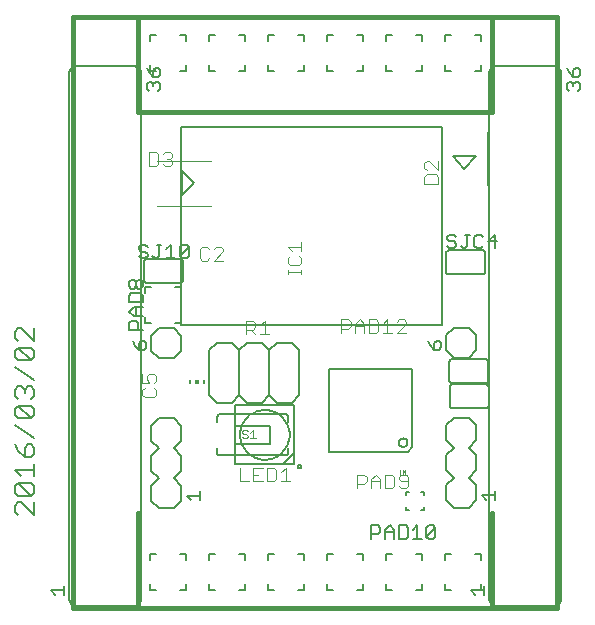
<source format=gto>
G75*
%MOIN*%
%OFA0B0*%
%FSLAX24Y24*%
%IPPOS*%
%LPD*%
%AMOC8*
5,1,8,0,0,1.08239X$1,22.5*
%
%ADD10C,0.0160*%
%ADD11C,0.0060*%
%ADD12C,0.0010*%
%ADD13C,0.0050*%
%ADD14R,0.0059X0.0118*%
%ADD15R,0.0118X0.0118*%
%ADD16C,0.0040*%
%ADD17C,0.0080*%
%ADD18C,0.0020*%
D10*
X003348Y000180D02*
X019490Y000180D01*
X019490Y019865D01*
X003348Y019865D01*
X003348Y000180D01*
X005514Y000180D02*
X005514Y003330D01*
X005514Y000180D02*
X017325Y000180D01*
X017325Y003330D01*
X017325Y016715D02*
X005514Y016715D01*
X005514Y019865D01*
X017325Y019865D01*
X017325Y016715D01*
D11*
X017219Y017985D02*
X017219Y000485D01*
X017221Y000455D01*
X017226Y000425D01*
X017235Y000396D01*
X017248Y000369D01*
X017263Y000343D01*
X017282Y000319D01*
X017303Y000298D01*
X017327Y000279D01*
X017353Y000264D01*
X017380Y000251D01*
X017409Y000242D01*
X017439Y000237D01*
X017469Y000235D01*
X019369Y000235D01*
X019399Y000237D01*
X019429Y000242D01*
X019458Y000251D01*
X019485Y000264D01*
X019511Y000279D01*
X019535Y000298D01*
X019556Y000319D01*
X019575Y000343D01*
X019590Y000369D01*
X019603Y000396D01*
X019612Y000425D01*
X019617Y000455D01*
X019619Y000485D01*
X019619Y017985D01*
X019617Y018015D01*
X019612Y018045D01*
X019603Y018074D01*
X019590Y018101D01*
X019575Y018127D01*
X019556Y018151D01*
X019535Y018172D01*
X019511Y018191D01*
X019485Y018206D01*
X019458Y018219D01*
X019429Y018228D01*
X019399Y018233D01*
X019369Y018235D01*
X017469Y018235D01*
X017439Y018233D01*
X017409Y018228D01*
X017380Y018219D01*
X017353Y018206D01*
X017327Y018191D01*
X017303Y018172D01*
X017282Y018151D01*
X017263Y018127D01*
X017248Y018101D01*
X017235Y018074D01*
X017226Y018045D01*
X017221Y018015D01*
X017219Y017985D01*
X016940Y018084D02*
X016740Y018084D01*
X016940Y018084D02*
X016940Y018284D01*
X016940Y019084D02*
X016940Y019284D01*
X016740Y019284D01*
X015940Y019284D02*
X015740Y019284D01*
X015740Y019084D01*
X014972Y019084D02*
X014972Y019284D01*
X014772Y019284D01*
X013972Y019284D02*
X013772Y019284D01*
X013772Y019084D01*
X013003Y019084D02*
X013003Y019284D01*
X012803Y019284D01*
X012003Y019284D02*
X011803Y019284D01*
X011803Y019084D01*
X011035Y019084D02*
X011035Y019284D01*
X010835Y019284D01*
X010035Y019284D02*
X009835Y019284D01*
X009835Y019084D01*
X009066Y019084D02*
X009066Y019284D01*
X008866Y019284D01*
X008066Y019284D02*
X007866Y019284D01*
X007866Y019084D01*
X007098Y019084D02*
X007098Y019284D01*
X006898Y019284D01*
X006098Y019284D02*
X005898Y019284D01*
X005898Y019084D01*
X005898Y018284D02*
X005898Y018084D01*
X006098Y018084D01*
X005619Y017985D02*
X005619Y000485D01*
X005617Y000455D01*
X005612Y000425D01*
X005603Y000396D01*
X005590Y000369D01*
X005575Y000343D01*
X005556Y000319D01*
X005535Y000298D01*
X005511Y000279D01*
X005485Y000264D01*
X005458Y000251D01*
X005429Y000242D01*
X005399Y000237D01*
X005369Y000235D01*
X003469Y000235D01*
X003439Y000237D01*
X003409Y000242D01*
X003380Y000251D01*
X003353Y000264D01*
X003327Y000279D01*
X003303Y000298D01*
X003282Y000319D01*
X003263Y000343D01*
X003248Y000369D01*
X003235Y000396D01*
X003226Y000425D01*
X003221Y000455D01*
X003219Y000485D01*
X003219Y017985D01*
X003221Y018015D01*
X003226Y018045D01*
X003235Y018074D01*
X003248Y018101D01*
X003263Y018127D01*
X003282Y018151D01*
X003303Y018172D01*
X003327Y018191D01*
X003353Y018206D01*
X003380Y018219D01*
X003409Y018228D01*
X003439Y018233D01*
X003469Y018235D01*
X005369Y018235D01*
X005399Y018233D01*
X005429Y018228D01*
X005458Y018219D01*
X005485Y018206D01*
X005511Y018191D01*
X005535Y018172D01*
X005556Y018151D01*
X005575Y018127D01*
X005590Y018101D01*
X005603Y018074D01*
X005612Y018045D01*
X005617Y018015D01*
X005619Y017985D01*
X006898Y018084D02*
X007098Y018084D01*
X007098Y018284D01*
X007866Y018284D02*
X007866Y018084D01*
X008066Y018084D01*
X008866Y018084D02*
X009066Y018084D01*
X009066Y018284D01*
X009835Y018284D02*
X009835Y018084D01*
X010035Y018084D01*
X010835Y018084D02*
X011035Y018084D01*
X011035Y018284D01*
X011803Y018284D02*
X011803Y018084D01*
X012003Y018084D01*
X012803Y018084D02*
X013003Y018084D01*
X013003Y018284D01*
X013772Y018284D02*
X013772Y018084D01*
X013972Y018084D01*
X014772Y018084D02*
X014972Y018084D01*
X014972Y018284D01*
X015740Y018284D02*
X015740Y018084D01*
X015940Y018084D01*
X015879Y012093D02*
X016979Y012093D01*
X016996Y012091D01*
X017013Y012087D01*
X017029Y012080D01*
X017043Y012070D01*
X017056Y012057D01*
X017066Y012043D01*
X017073Y012027D01*
X017077Y012010D01*
X017079Y011993D01*
X017079Y011393D01*
X017077Y011376D01*
X017073Y011359D01*
X017066Y011343D01*
X017056Y011329D01*
X017043Y011316D01*
X017029Y011306D01*
X017013Y011299D01*
X016996Y011295D01*
X016979Y011293D01*
X015879Y011293D01*
X015862Y011295D01*
X015845Y011299D01*
X015829Y011306D01*
X015815Y011316D01*
X015802Y011329D01*
X015792Y011343D01*
X015785Y011359D01*
X015781Y011376D01*
X015779Y011393D01*
X015779Y011993D01*
X015781Y012010D01*
X015785Y012027D01*
X015792Y012043D01*
X015802Y012057D01*
X015815Y012070D01*
X015829Y012080D01*
X015845Y012087D01*
X015862Y012091D01*
X015879Y012093D01*
X016043Y009510D02*
X016543Y009510D01*
X016793Y009260D01*
X016793Y008760D01*
X016543Y008510D01*
X016043Y008510D01*
X015793Y008760D01*
X015793Y009260D01*
X016043Y009510D01*
X015988Y008470D02*
X017088Y008470D01*
X017105Y008468D01*
X017122Y008464D01*
X017138Y008457D01*
X017152Y008447D01*
X017165Y008434D01*
X017175Y008420D01*
X017182Y008404D01*
X017186Y008387D01*
X017188Y008370D01*
X017188Y007770D01*
X017186Y007753D01*
X017182Y007736D01*
X017175Y007720D01*
X017165Y007706D01*
X017152Y007693D01*
X017138Y007683D01*
X017122Y007676D01*
X017105Y007672D01*
X017088Y007670D01*
X015988Y007670D01*
X015998Y007630D02*
X017098Y007630D01*
X017115Y007628D01*
X017132Y007624D01*
X017148Y007617D01*
X017162Y007607D01*
X017175Y007594D01*
X017185Y007580D01*
X017192Y007564D01*
X017196Y007547D01*
X017198Y007530D01*
X017198Y006930D01*
X017196Y006913D01*
X017192Y006896D01*
X017185Y006880D01*
X017175Y006866D01*
X017162Y006853D01*
X017148Y006843D01*
X017132Y006836D01*
X017115Y006832D01*
X017098Y006830D01*
X015998Y006830D01*
X015981Y006832D01*
X015964Y006836D01*
X015948Y006843D01*
X015934Y006853D01*
X015921Y006866D01*
X015911Y006880D01*
X015904Y006896D01*
X015900Y006913D01*
X015898Y006930D01*
X015898Y007530D01*
X015900Y007547D01*
X015904Y007564D01*
X015911Y007580D01*
X015921Y007594D01*
X015934Y007607D01*
X015948Y007617D01*
X015964Y007624D01*
X015981Y007628D01*
X015998Y007630D01*
X015988Y007670D02*
X015971Y007672D01*
X015954Y007676D01*
X015938Y007683D01*
X015924Y007693D01*
X015911Y007706D01*
X015901Y007720D01*
X015894Y007736D01*
X015890Y007753D01*
X015888Y007770D01*
X015888Y008370D01*
X015890Y008387D01*
X015894Y008404D01*
X015901Y008420D01*
X015911Y008434D01*
X015924Y008447D01*
X015938Y008457D01*
X015954Y008464D01*
X015971Y008468D01*
X015988Y008470D01*
X014650Y008143D02*
X014650Y005523D01*
X014510Y005383D01*
X011890Y005383D01*
X011890Y008143D01*
X014650Y008143D01*
X016043Y006510D02*
X016543Y006510D01*
X016793Y006260D01*
X016793Y005760D01*
X016543Y005510D01*
X016793Y005260D01*
X016793Y004760D01*
X016543Y004510D01*
X016793Y004260D01*
X016793Y003760D01*
X016543Y003510D01*
X016043Y003510D01*
X015793Y003760D01*
X015793Y004260D01*
X016043Y004510D01*
X015793Y004760D01*
X015793Y005260D01*
X016043Y005510D01*
X015793Y005760D01*
X015793Y006260D01*
X016043Y006510D01*
X014209Y005683D02*
X014211Y005706D01*
X014217Y005729D01*
X014226Y005750D01*
X014239Y005770D01*
X014255Y005787D01*
X014273Y005801D01*
X014293Y005812D01*
X014315Y005820D01*
X014338Y005824D01*
X014362Y005824D01*
X014385Y005820D01*
X014407Y005812D01*
X014427Y005801D01*
X014445Y005787D01*
X014461Y005770D01*
X014474Y005750D01*
X014483Y005729D01*
X014489Y005706D01*
X014491Y005683D01*
X014489Y005660D01*
X014483Y005637D01*
X014474Y005616D01*
X014461Y005596D01*
X014445Y005579D01*
X014427Y005565D01*
X014407Y005554D01*
X014385Y005546D01*
X014362Y005542D01*
X014338Y005542D01*
X014315Y005546D01*
X014293Y005554D01*
X014273Y005565D01*
X014255Y005579D01*
X014239Y005596D01*
X014226Y005616D01*
X014217Y005637D01*
X014211Y005660D01*
X014209Y005683D01*
X014450Y004041D02*
X014450Y003941D01*
X014450Y004041D02*
X014550Y004041D01*
X014950Y004041D02*
X015050Y004041D01*
X015050Y003941D01*
X015050Y003541D02*
X015050Y003441D01*
X014950Y003441D01*
X014550Y003441D02*
X014450Y003441D01*
X014450Y003541D01*
X014772Y001961D02*
X014972Y001961D01*
X014972Y001761D01*
X015740Y001761D02*
X015740Y001961D01*
X015940Y001961D01*
X016740Y001961D02*
X016940Y001961D01*
X016940Y001761D01*
X016940Y000961D02*
X016940Y000761D01*
X016740Y000761D01*
X015940Y000761D02*
X015740Y000761D01*
X015740Y000961D01*
X014972Y000961D02*
X014972Y000761D01*
X014772Y000761D01*
X013972Y000761D02*
X013772Y000761D01*
X013772Y000961D01*
X013003Y000961D02*
X013003Y000761D01*
X012803Y000761D01*
X012003Y000761D02*
X011803Y000761D01*
X011803Y000961D01*
X011035Y000961D02*
X011035Y000761D01*
X010835Y000761D01*
X010035Y000761D02*
X009835Y000761D01*
X009835Y000961D01*
X009066Y000961D02*
X009066Y000761D01*
X008866Y000761D01*
X008066Y000761D02*
X007866Y000761D01*
X007866Y000961D01*
X007098Y000961D02*
X007098Y000761D01*
X006898Y000761D01*
X006098Y000761D02*
X005898Y000761D01*
X005898Y000961D01*
X005898Y001761D02*
X005898Y001961D01*
X006098Y001961D01*
X006898Y001961D02*
X007098Y001961D01*
X007098Y001761D01*
X007866Y001761D02*
X007866Y001961D01*
X008066Y001961D01*
X008866Y001961D02*
X009066Y001961D01*
X009066Y001761D01*
X009835Y001761D02*
X009835Y001961D01*
X010035Y001961D01*
X010835Y001961D02*
X011035Y001961D01*
X011035Y001761D01*
X011803Y001761D02*
X011803Y001961D01*
X012003Y001961D01*
X012803Y001961D02*
X013003Y001961D01*
X013003Y001761D01*
X013772Y001761D02*
X013772Y001961D01*
X013972Y001961D01*
X010638Y007007D02*
X010138Y007007D01*
X009888Y007257D01*
X009888Y008757D01*
X009638Y009007D01*
X009138Y009007D01*
X008888Y008757D01*
X008638Y009007D01*
X008138Y009007D01*
X007888Y008757D01*
X007888Y007257D01*
X008138Y007007D01*
X008638Y007007D01*
X008888Y007257D01*
X008888Y008757D01*
X009888Y008757D02*
X010138Y009007D01*
X010638Y009007D01*
X010888Y008757D01*
X010888Y007257D01*
X010638Y007007D01*
X009888Y007257D02*
X009638Y007007D01*
X009138Y007007D01*
X008888Y007257D01*
X006958Y006240D02*
X006958Y005740D01*
X006708Y005490D01*
X006958Y005240D01*
X006958Y004740D01*
X006708Y004490D01*
X006958Y004240D01*
X006958Y003740D01*
X006708Y003490D01*
X006208Y003490D01*
X005958Y003740D01*
X005958Y004240D01*
X006208Y004490D01*
X005958Y004740D01*
X005958Y005240D01*
X006208Y005490D01*
X005958Y005740D01*
X005958Y006240D01*
X006208Y006490D01*
X006708Y006490D01*
X006958Y006240D01*
X006708Y008490D02*
X006208Y008490D01*
X005958Y008740D01*
X005958Y009240D01*
X006208Y009490D01*
X006708Y009490D01*
X006958Y009240D01*
X006958Y008740D01*
X006708Y008490D01*
X006731Y009671D02*
X006931Y009671D01*
X006931Y009871D01*
X006931Y010671D02*
X006931Y010871D01*
X006731Y010871D01*
X006913Y011010D02*
X005813Y011010D01*
X005796Y011012D01*
X005779Y011016D01*
X005763Y011023D01*
X005749Y011033D01*
X005736Y011046D01*
X005726Y011060D01*
X005719Y011076D01*
X005715Y011093D01*
X005713Y011110D01*
X005713Y011710D01*
X005715Y011727D01*
X005719Y011744D01*
X005726Y011760D01*
X005736Y011774D01*
X005749Y011787D01*
X005763Y011797D01*
X005779Y011804D01*
X005796Y011808D01*
X005813Y011810D01*
X006913Y011810D01*
X006930Y011808D01*
X006947Y011804D01*
X006963Y011797D01*
X006977Y011787D01*
X006990Y011774D01*
X007000Y011760D01*
X007007Y011744D01*
X007011Y011727D01*
X007013Y011710D01*
X007013Y011110D01*
X007011Y011093D01*
X007007Y011076D01*
X007000Y011060D01*
X006990Y011046D01*
X006977Y011033D01*
X006963Y011023D01*
X006947Y011016D01*
X006930Y011012D01*
X006913Y011010D01*
X005931Y010871D02*
X005731Y010871D01*
X005731Y010671D01*
X005731Y009871D02*
X005731Y009671D01*
X005931Y009671D01*
X002053Y009493D02*
X002053Y009066D01*
X001626Y009493D01*
X001520Y009493D01*
X001413Y009386D01*
X001413Y009173D01*
X001520Y009066D01*
X001520Y008848D02*
X001947Y008421D01*
X002053Y008528D01*
X002053Y008742D01*
X001947Y008848D01*
X001520Y008848D01*
X001413Y008742D01*
X001413Y008528D01*
X001520Y008421D01*
X001947Y008421D01*
X001413Y008204D02*
X002053Y007777D01*
X001947Y007559D02*
X001840Y007559D01*
X001733Y007453D01*
X001733Y007346D01*
X001733Y007453D02*
X001626Y007559D01*
X001520Y007559D01*
X001413Y007453D01*
X001413Y007239D01*
X001520Y007132D01*
X001520Y006915D02*
X001947Y006488D01*
X002053Y006595D01*
X002053Y006808D01*
X001947Y006915D01*
X001520Y006915D01*
X001413Y006808D01*
X001413Y006595D01*
X001520Y006488D01*
X001947Y006488D01*
X001413Y006270D02*
X002053Y005843D01*
X001947Y005626D02*
X001840Y005626D01*
X001733Y005519D01*
X001733Y005199D01*
X001947Y005199D01*
X002053Y005305D01*
X002053Y005519D01*
X001947Y005626D01*
X001520Y005412D02*
X001733Y005199D01*
X001520Y005412D02*
X001413Y005626D01*
X002053Y004981D02*
X002053Y004554D01*
X002053Y004768D02*
X001413Y004768D01*
X001626Y004554D01*
X001520Y004337D02*
X001413Y004230D01*
X001413Y004016D01*
X001520Y003910D01*
X001947Y003910D01*
X001520Y004337D01*
X001947Y004337D01*
X002053Y004230D01*
X002053Y004016D01*
X001947Y003910D01*
X002053Y003692D02*
X002053Y003265D01*
X001626Y003692D01*
X001520Y003692D01*
X001413Y003585D01*
X001413Y003372D01*
X001520Y003265D01*
X001947Y007132D02*
X002053Y007239D01*
X002053Y007453D01*
X001947Y007559D01*
D12*
X014230Y004758D02*
X014230Y004633D01*
X014255Y004608D01*
X014305Y004608D01*
X014330Y004633D01*
X014330Y004758D01*
X014377Y004708D02*
X014427Y004758D01*
X014427Y004608D01*
X014377Y004608D02*
X014477Y004608D01*
D13*
X003044Y000760D02*
X002594Y000760D01*
X002744Y000610D01*
X003044Y000610D02*
X003044Y000910D01*
X007133Y003915D02*
X007583Y003915D01*
X007583Y003765D02*
X007583Y004065D01*
X007283Y003765D02*
X007133Y003915D01*
X008246Y005256D02*
X010372Y005256D01*
X010371Y005256D02*
X010392Y005254D01*
X010413Y005256D01*
X010433Y005262D01*
X010452Y005271D01*
X010469Y005283D01*
X010484Y005298D01*
X010495Y005315D01*
X010504Y005334D01*
X010509Y005354D01*
X010509Y005512D01*
X010723Y005349D02*
X010329Y004956D01*
X008754Y004956D01*
X008754Y006924D01*
X010723Y006924D01*
X010723Y005349D01*
X010723Y004956D01*
X010329Y004956D01*
X010837Y004882D02*
X010839Y004896D01*
X010845Y004910D01*
X010853Y004922D01*
X010865Y004930D01*
X010879Y004936D01*
X010893Y004938D01*
X010907Y004936D01*
X010921Y004930D01*
X010933Y004922D01*
X010941Y004910D01*
X010947Y004896D01*
X010949Y004882D01*
X010947Y004868D01*
X010941Y004854D01*
X010933Y004842D01*
X010921Y004834D01*
X010907Y004828D01*
X010893Y004826D01*
X010879Y004828D01*
X010865Y004834D01*
X010853Y004842D01*
X010845Y004854D01*
X010839Y004868D01*
X010837Y004882D01*
X009919Y005650D02*
X009919Y006240D01*
X008738Y006240D01*
X008738Y005650D01*
X009919Y005650D01*
X008911Y005940D02*
X008913Y005997D01*
X008919Y006054D01*
X008929Y006110D01*
X008942Y006166D01*
X008960Y006220D01*
X008981Y006273D01*
X009006Y006324D01*
X009034Y006374D01*
X009066Y006421D01*
X009100Y006467D01*
X009138Y006509D01*
X009179Y006549D01*
X009222Y006587D01*
X009268Y006621D01*
X009316Y006651D01*
X009366Y006679D01*
X009418Y006703D01*
X009472Y006723D01*
X009526Y006739D01*
X009582Y006752D01*
X009638Y006761D01*
X009695Y006766D01*
X009752Y006767D01*
X009809Y006764D01*
X009866Y006757D01*
X009922Y006746D01*
X009977Y006732D01*
X010031Y006713D01*
X010084Y006691D01*
X010135Y006666D01*
X010184Y006636D01*
X010231Y006604D01*
X010276Y006568D01*
X010318Y006530D01*
X010357Y006488D01*
X010393Y006444D01*
X010427Y006398D01*
X010457Y006349D01*
X010483Y006299D01*
X010506Y006247D01*
X010525Y006193D01*
X010541Y006138D01*
X010553Y006082D01*
X010561Y006025D01*
X010565Y005969D01*
X010565Y005911D01*
X010561Y005855D01*
X010553Y005798D01*
X010541Y005742D01*
X010525Y005687D01*
X010506Y005633D01*
X010483Y005581D01*
X010457Y005531D01*
X010427Y005482D01*
X010393Y005436D01*
X010357Y005392D01*
X010318Y005350D01*
X010276Y005312D01*
X010231Y005276D01*
X010184Y005244D01*
X010135Y005214D01*
X010084Y005189D01*
X010031Y005167D01*
X009977Y005148D01*
X009922Y005134D01*
X009866Y005123D01*
X009809Y005116D01*
X009752Y005113D01*
X009695Y005114D01*
X009638Y005119D01*
X009582Y005128D01*
X009526Y005141D01*
X009472Y005157D01*
X009418Y005177D01*
X009366Y005201D01*
X009316Y005229D01*
X009268Y005259D01*
X009222Y005293D01*
X009179Y005331D01*
X009138Y005371D01*
X009100Y005413D01*
X009066Y005459D01*
X009034Y005506D01*
X009006Y005556D01*
X008981Y005607D01*
X008960Y005660D01*
X008942Y005714D01*
X008929Y005770D01*
X008919Y005826D01*
X008913Y005883D01*
X008911Y005940D01*
X008246Y005256D02*
X008229Y005257D01*
X008212Y005262D01*
X008197Y005269D01*
X008183Y005279D01*
X008171Y005291D01*
X008161Y005305D01*
X008154Y005320D01*
X008149Y005337D01*
X008148Y005354D01*
X008147Y005354D02*
X008147Y005512D01*
X008147Y006378D02*
X008147Y006536D01*
X008148Y006536D02*
X008149Y006553D01*
X008154Y006570D01*
X008161Y006585D01*
X008171Y006599D01*
X008183Y006611D01*
X008197Y006621D01*
X008212Y006628D01*
X008229Y006633D01*
X008246Y006634D01*
X010411Y006634D01*
X010428Y006633D01*
X010445Y006628D01*
X010460Y006621D01*
X010474Y006611D01*
X010486Y006599D01*
X010496Y006585D01*
X010503Y006570D01*
X010508Y006553D01*
X010509Y006536D01*
X010509Y006378D01*
X013285Y002926D02*
X013511Y002926D01*
X013586Y002851D01*
X013586Y002701D01*
X013511Y002626D01*
X013285Y002626D01*
X013285Y002476D02*
X013285Y002926D01*
X013746Y002776D02*
X013746Y002476D01*
X013746Y002701D02*
X014046Y002701D01*
X014046Y002776D02*
X014046Y002476D01*
X014206Y002476D02*
X014431Y002476D01*
X014506Y002551D01*
X014506Y002851D01*
X014431Y002926D01*
X014206Y002926D01*
X014206Y002476D01*
X014046Y002776D02*
X013896Y002926D01*
X013746Y002776D01*
X014667Y002776D02*
X014817Y002926D01*
X014817Y002476D01*
X014667Y002476D02*
X014967Y002476D01*
X015127Y002551D02*
X015427Y002851D01*
X015427Y002551D01*
X015352Y002476D01*
X015202Y002476D01*
X015127Y002551D01*
X015127Y002851D01*
X015202Y002926D01*
X015352Y002926D01*
X015427Y002851D01*
X016968Y003935D02*
X017418Y003935D01*
X017418Y003785D02*
X017418Y004085D01*
X017118Y003785D02*
X016968Y003935D01*
X017044Y000910D02*
X017044Y000610D01*
X017044Y000760D02*
X016594Y000760D01*
X016744Y000610D01*
X015543Y008785D02*
X015393Y008785D01*
X015393Y009010D01*
X015468Y009085D01*
X015543Y009085D01*
X015618Y009010D01*
X015618Y008860D01*
X015543Y008785D01*
X015393Y008785D02*
X015243Y008935D01*
X015168Y009085D01*
X015628Y009620D02*
X006928Y009620D01*
X006928Y016220D01*
X015628Y016220D01*
X015628Y009620D01*
X015879Y012168D02*
X015804Y012243D01*
X015879Y012168D02*
X016029Y012168D01*
X016104Y012243D01*
X016104Y012318D01*
X016029Y012393D01*
X015879Y012393D01*
X015804Y012469D01*
X015804Y012544D01*
X015879Y012619D01*
X016029Y012619D01*
X016104Y012544D01*
X016415Y012619D02*
X016565Y012619D01*
X016490Y012619D02*
X016490Y012243D01*
X016415Y012168D01*
X016340Y012168D01*
X016265Y012243D01*
X016725Y012243D02*
X016800Y012168D01*
X016950Y012168D01*
X017025Y012243D01*
X017185Y012393D02*
X017486Y012393D01*
X017410Y012168D02*
X017410Y012619D01*
X017185Y012393D01*
X017025Y012544D02*
X016950Y012619D01*
X016800Y012619D01*
X016725Y012544D01*
X016725Y012243D01*
X019869Y017410D02*
X019794Y017485D01*
X019794Y017635D01*
X019869Y017710D01*
X019944Y017710D01*
X020019Y017635D01*
X020094Y017710D01*
X020169Y017710D01*
X020244Y017635D01*
X020244Y017485D01*
X020169Y017410D01*
X020019Y017560D02*
X020019Y017635D01*
X020019Y017871D02*
X019869Y018021D01*
X019794Y018171D01*
X020019Y018096D02*
X020019Y017871D01*
X020169Y017871D01*
X020244Y017946D01*
X020244Y018096D01*
X020169Y018171D01*
X020094Y018171D01*
X020019Y018096D01*
X007210Y012200D02*
X007210Y011900D01*
X007135Y011825D01*
X006985Y011825D01*
X006910Y011900D01*
X007210Y012200D01*
X007135Y012275D01*
X006985Y012275D01*
X006910Y012200D01*
X006910Y011900D01*
X006749Y011825D02*
X006449Y011825D01*
X006599Y011825D02*
X006599Y012275D01*
X006449Y012125D01*
X006289Y012275D02*
X006139Y012275D01*
X006214Y012275D02*
X006214Y011900D01*
X006139Y011825D01*
X006064Y011825D01*
X005989Y011900D01*
X005829Y011900D02*
X005754Y011825D01*
X005603Y011825D01*
X005528Y011900D01*
X005603Y012050D02*
X005528Y012125D01*
X005528Y012200D01*
X005603Y012275D01*
X005754Y012275D01*
X005829Y012200D01*
X005754Y012050D02*
X005829Y011975D01*
X005829Y011900D01*
X005754Y012050D02*
X005603Y012050D01*
X005592Y011115D02*
X005517Y011115D01*
X005442Y011040D01*
X005442Y010889D01*
X005367Y010814D01*
X005292Y010814D01*
X005217Y010889D01*
X005217Y011040D01*
X005292Y011115D01*
X005367Y011115D01*
X005442Y011040D01*
X005442Y010889D02*
X005517Y010814D01*
X005592Y010814D01*
X005667Y010889D01*
X005667Y011040D01*
X005592Y011115D01*
X005592Y010654D02*
X005292Y010654D01*
X005217Y010579D01*
X005217Y010354D01*
X005667Y010354D01*
X005667Y010579D01*
X005592Y010654D01*
X005667Y010194D02*
X005367Y010194D01*
X005217Y010044D01*
X005367Y009894D01*
X005667Y009894D01*
X005442Y009894D02*
X005442Y010194D01*
X005442Y009733D02*
X005292Y009733D01*
X005217Y009658D01*
X005217Y009433D01*
X005667Y009433D01*
X005517Y009433D02*
X005517Y009658D01*
X005442Y009733D01*
X005333Y009065D02*
X005408Y008915D01*
X005558Y008765D01*
X005558Y008990D01*
X005633Y009065D01*
X005708Y009065D01*
X005783Y008990D01*
X005783Y008840D01*
X005708Y008765D01*
X005558Y008765D01*
X005869Y017410D02*
X005794Y017485D01*
X005794Y017635D01*
X005869Y017710D01*
X005944Y017710D01*
X006019Y017635D01*
X006094Y017710D01*
X006169Y017710D01*
X006244Y017635D01*
X006244Y017485D01*
X006169Y017410D01*
X006019Y017560D02*
X006019Y017635D01*
X006019Y017871D02*
X005869Y018021D01*
X005794Y018171D01*
X006019Y018096D02*
X006019Y017871D01*
X006169Y017871D01*
X006244Y017946D01*
X006244Y018096D01*
X006169Y018171D01*
X006094Y018171D01*
X006019Y018096D01*
D14*
X007252Y007699D03*
X007725Y007699D03*
D15*
X007489Y007699D03*
D16*
X006118Y007741D02*
X006042Y007665D01*
X006118Y007741D02*
X006118Y007895D01*
X006042Y007972D01*
X005888Y007972D01*
X005811Y007895D01*
X005811Y007818D01*
X005888Y007665D01*
X005658Y007665D01*
X005658Y007972D01*
X005735Y007511D02*
X005658Y007434D01*
X005658Y007281D01*
X005735Y007204D01*
X006042Y007204D01*
X006118Y007281D01*
X006118Y007434D01*
X006042Y007511D01*
X008894Y004847D02*
X008894Y004387D01*
X009201Y004387D01*
X009354Y004387D02*
X009661Y004387D01*
X009815Y004387D02*
X010045Y004387D01*
X010122Y004463D01*
X010122Y004770D01*
X010045Y004847D01*
X009815Y004847D01*
X009815Y004387D01*
X009508Y004617D02*
X009354Y004617D01*
X009354Y004847D02*
X009354Y004387D01*
X009354Y004847D02*
X009661Y004847D01*
X010275Y004694D02*
X010429Y004847D01*
X010429Y004387D01*
X010582Y004387D02*
X010275Y004387D01*
X012822Y004313D02*
X013053Y004313D01*
X013129Y004390D01*
X013129Y004544D01*
X013053Y004620D01*
X012822Y004620D01*
X012822Y004160D01*
X013283Y004160D02*
X013283Y004467D01*
X013436Y004620D01*
X013590Y004467D01*
X013590Y004160D01*
X013743Y004160D02*
X013973Y004160D01*
X014050Y004237D01*
X014050Y004544D01*
X013973Y004620D01*
X013743Y004620D01*
X013743Y004160D01*
X013590Y004390D02*
X013283Y004390D01*
X014204Y004467D02*
X014280Y004390D01*
X014511Y004390D01*
X014511Y004237D02*
X014511Y004544D01*
X014434Y004620D01*
X014280Y004620D01*
X014204Y004544D01*
X014204Y004467D01*
X014204Y004237D02*
X014280Y004160D01*
X014434Y004160D01*
X014511Y004237D01*
X014439Y009328D02*
X014132Y009328D01*
X014439Y009635D01*
X014439Y009711D01*
X014362Y009788D01*
X014209Y009788D01*
X014132Y009711D01*
X013825Y009788D02*
X013825Y009328D01*
X013672Y009328D02*
X013979Y009328D01*
X013672Y009635D02*
X013825Y009788D01*
X013518Y009711D02*
X013518Y009404D01*
X013442Y009328D01*
X013211Y009328D01*
X013211Y009788D01*
X013442Y009788D01*
X013518Y009711D01*
X013058Y009635D02*
X013058Y009328D01*
X013058Y009558D02*
X012751Y009558D01*
X012751Y009635D02*
X012751Y009328D01*
X012598Y009558D02*
X012521Y009481D01*
X012291Y009481D01*
X012291Y009328D02*
X012291Y009788D01*
X012521Y009788D01*
X012598Y009711D01*
X012598Y009558D01*
X012751Y009635D02*
X012904Y009788D01*
X013058Y009635D01*
X010958Y011293D02*
X010958Y011447D01*
X010958Y011370D02*
X010497Y011370D01*
X010497Y011293D02*
X010497Y011447D01*
X010574Y011600D02*
X010881Y011600D01*
X010958Y011677D01*
X010958Y011830D01*
X010881Y011907D01*
X010958Y012061D02*
X010958Y012368D01*
X010958Y012214D02*
X010497Y012214D01*
X010651Y012061D01*
X010574Y011907D02*
X010497Y011830D01*
X010497Y011677D01*
X010574Y011600D01*
X009733Y009753D02*
X009733Y009293D01*
X009886Y009293D02*
X009579Y009293D01*
X009426Y009293D02*
X009272Y009446D01*
X009349Y009446D02*
X009119Y009446D01*
X009119Y009293D02*
X009119Y009753D01*
X009349Y009753D01*
X009426Y009676D01*
X009426Y009523D01*
X009349Y009446D01*
X009579Y009600D02*
X009733Y009753D01*
X008341Y011752D02*
X008034Y011752D01*
X008341Y012059D01*
X008341Y012135D01*
X008264Y012212D01*
X008110Y012212D01*
X008034Y012135D01*
X007880Y012135D02*
X007803Y012212D01*
X007650Y012212D01*
X007573Y012135D01*
X007573Y011828D01*
X007650Y011752D01*
X007803Y011752D01*
X007880Y011828D01*
X007928Y013585D02*
X006148Y013585D01*
X006108Y014905D02*
X005878Y014905D01*
X005878Y015365D01*
X006108Y015365D01*
X006184Y015289D01*
X006184Y014982D01*
X006108Y014905D01*
X006148Y015085D02*
X007928Y015085D01*
X006645Y015058D02*
X006645Y014982D01*
X006568Y014905D01*
X006415Y014905D01*
X006338Y014982D01*
X006491Y015135D02*
X006568Y015135D01*
X006645Y015058D01*
X006568Y015135D02*
X006645Y015212D01*
X006645Y015289D01*
X006568Y015365D01*
X006415Y015365D01*
X006338Y015289D01*
X015058Y015006D02*
X015058Y014852D01*
X015135Y014775D01*
X015135Y014622D02*
X015058Y014545D01*
X015058Y014315D01*
X015518Y014315D01*
X015518Y014545D01*
X015442Y014622D01*
X015135Y014622D01*
X015058Y015006D02*
X015135Y015082D01*
X015211Y015082D01*
X015518Y014775D01*
X015518Y015082D01*
X015638Y014255D02*
X015638Y016035D01*
X017138Y016035D02*
X017138Y014255D01*
D17*
X016388Y014818D02*
X016782Y015221D01*
X015995Y015221D01*
X016388Y014818D01*
X007365Y014335D02*
X006962Y014729D01*
X006962Y013941D01*
X007365Y014335D01*
D18*
X009029Y006103D02*
X008982Y006056D01*
X008982Y006009D01*
X009029Y005963D01*
X009122Y005963D01*
X009169Y005916D01*
X009169Y005869D01*
X009122Y005822D01*
X009029Y005822D01*
X008982Y005869D01*
X009029Y006103D02*
X009122Y006103D01*
X009169Y006056D01*
X009258Y006009D02*
X009352Y006103D01*
X009352Y005822D01*
X009445Y005822D02*
X009258Y005822D01*
M02*

</source>
